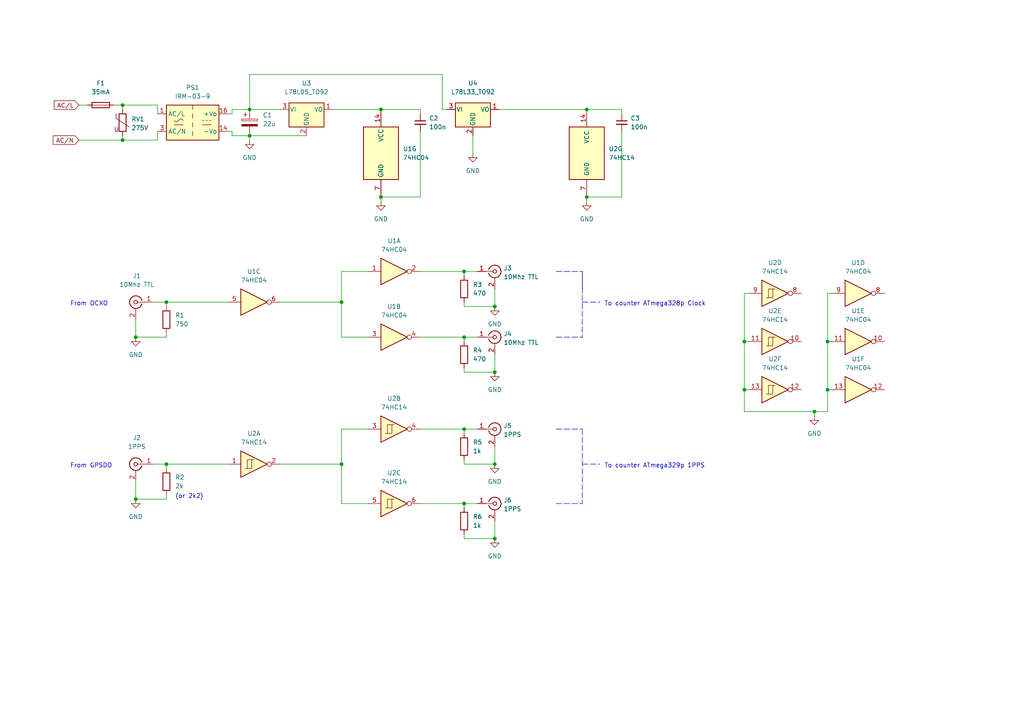
<source format=kicad_sch>
(kicad_sch (version 20211123) (generator eeschema)
  (paper "A4")
  (title_block (title "Distributor"))
  (lib_symbols
    (symbol "74xx:74HC04"
      (property "Reference" "U" (at 0 1.27 0))
      (property "Value" "74HC04" (at 0 -1.27 0))
      (symbol "74HC04_1_0"
        (polyline (pts (xy -3.81 3.81) (xy -3.81 -3.81) (xy 3.81 0) (xy -3.81 3.81)) (stroke (width 0.254)) (fill (type background)))
        (pin input line (at -7.62 0 0) (length 3.81) (name "~") (number "1"))
        (pin output inverted (at 7.62 0 180) (length 3.81) (name "~") (number "2"))
      )
      (symbol "74HC04_2_0"
        (polyline (pts (xy -3.81 3.81) (xy -3.81 -3.81) (xy 3.81 0) (xy -3.81 3.81)) (stroke (width 0.254)) (fill (type background)))
        (pin input line (at -7.62 0 0) (length 3.81) (name "~") (number "3"))
        (pin output inverted (at 7.62 0 180) (length 3.81) (name "~") (number "4"))
      )
      (symbol "74HC04_3_0"
        (polyline (pts (xy -3.81 3.81) (xy -3.81 -3.81) (xy 3.81 0) (xy -3.81 3.81)) (stroke (width 0.254)) (fill (type background)))
        (pin input line (at -7.62 0 0) (length 3.81) (name "~") (number "5"))
        (pin output inverted (at 7.62 0 180) (length 3.81) (name "~") (number "6"))
      )
      (symbol "74HC04_4_0"
        (polyline (pts (xy -3.81 3.81) (xy -3.81 -3.81) (xy 3.81 0) (xy -3.81 3.81)) (stroke (width 0.254)) (fill (type background)))
        (pin output inverted (at 7.62 0 180) (length 3.81) (name "~") (number "8"))
        (pin input line (at -7.62 0 0) (length 3.81) (name "~") (number "9"))
      )
      (symbol "74HC04_5_0"
        (polyline (pts (xy -3.81 3.81) (xy -3.81 -3.81) (xy 3.81 0) (xy -3.81 3.81)) (stroke (width 0.254)) (fill (type background)))
        (pin output inverted (at 7.62 0 180) (length 3.81) (name "~") (number "10"))
        (pin input line (at -7.62 0 0) (length 3.81) (name "~") (number "11"))
      )
      (symbol "74HC04_6_0"
        (polyline (pts (xy -3.81 3.81) (xy -3.81 -3.81) (xy 3.81 0) (xy -3.81 3.81)) (stroke (width 0.254)) (fill (type background)))
        (pin output inverted (at 7.62 0 180) (length 3.81) (name "~") (number "12"))
        (pin input line (at -7.62 0 0) (length 3.81) (name "~") (number "13"))
      )
      (symbol "74HC04_7_0"
        (pin power_in line (at 0 12.7 270) (length 5.08) (name "VCC") (number "14"))
        (pin power_in line (at 0 -12.7 90) (length 5.08) (name "GND") (number "7"))
      )
      (symbol "74HC04_7_1"
        (rectangle (start -5.08 7.62) (end 5.08 -7.62) (stroke (width 0.254)) (fill (type background)))
      )
    )
    (symbol "74xx:74HC14" (pin_names (offset 1.016))
      (property "Reference" "U" (at 0 1.27 0))
      (property "Value" "74HC14" (at 0 -1.27 0))
      (symbol "74HC14_1_0"
        (polyline (pts (xy -3.81 3.81) (xy -3.81 -3.81) (xy 3.81 0) (xy -3.81 3.81)) (stroke (width 0.254)) (fill (type background)))
        (pin input line (at -7.62 0 0) (length 3.81) (name "~") (number "1"))
        (pin output inverted (at 7.62 0 180) (length 3.81) (name "~") (number "2"))
      )
      (symbol "74HC14_1_1"
        (polyline (pts (xy -1.905 -1.27) (xy -1.905 1.27) (xy -0.635 1.27)))
        (polyline (pts (xy -2.54 -1.27) (xy -0.635 -1.27) (xy -0.635 1.27) (xy 0 1.27)))
      )
      (symbol "74HC14_2_0"
        (polyline (pts (xy -3.81 3.81) (xy -3.81 -3.81) (xy 3.81 0) (xy -3.81 3.81)) (stroke (width 0.254)) (fill (type background)))
        (pin input line (at -7.62 0 0) (length 3.81) (name "~") (number "3"))
        (pin output inverted (at 7.62 0 180) (length 3.81) (name "~") (number "4"))
      )
      (symbol "74HC14_2_1"
        (polyline (pts (xy -1.905 -1.27) (xy -1.905 1.27) (xy -0.635 1.27)))
        (polyline (pts (xy -2.54 -1.27) (xy -0.635 -1.27) (xy -0.635 1.27) (xy 0 1.27)))
      )
      (symbol "74HC14_3_0"
        (polyline (pts (xy -3.81 3.81) (xy -3.81 -3.81) (xy 3.81 0) (xy -3.81 3.81)) (stroke (width 0.254)) (fill (type background)))
        (pin input line (at -7.62 0 0) (length 3.81) (name "~") (number "5"))
        (pin output inverted (at 7.62 0 180) (length 3.81) (name "~") (number "6"))
      )
      (symbol "74HC14_3_1"
        (polyline (pts (xy -1.905 -1.27) (xy -1.905 1.27) (xy -0.635 1.27)))
        (polyline (pts (xy -2.54 -1.27) (xy -0.635 -1.27) (xy -0.635 1.27) (xy 0 1.27)))
      )
      (symbol "74HC14_4_0"
        (polyline (pts (xy -3.81 3.81) (xy -3.81 -3.81) (xy 3.81 0) (xy -3.81 3.81)) (stroke (width 0.254)) (fill (type background)))
        (pin output inverted (at 7.62 0 180) (length 3.81) (name "~") (number "8"))
        (pin input line (at -7.62 0 0) (length 3.81) (name "~") (number "9"))
      )
      (symbol "74HC14_4_1"
        (polyline (pts (xy -1.905 -1.27) (xy -1.905 1.27) (xy -0.635 1.27)))
        (polyline (pts (xy -2.54 -1.27) (xy -0.635 -1.27) (xy -0.635 1.27) (xy 0 1.27)))
      )
      (symbol "74HC14_5_0"
        (polyline (pts (xy -3.81 3.81) (xy -3.81 -3.81) (xy 3.81 0) (xy -3.81 3.81)) (stroke (width 0.254)) (fill (type background)))
        (pin output inverted (at 7.62 0 180) (length 3.81) (name "~") (number "10"))
        (pin input line (at -7.62 0 0) (length 3.81) (name "~") (number "11"))
      )
      (symbol "74HC14_5_1"
        (polyline (pts (xy -1.905 -1.27) (xy -1.905 1.27) (xy -0.635 1.27)))
        (polyline (pts (xy -2.54 -1.27) (xy -0.635 -1.27) (xy -0.635 1.27) (xy 0 1.27)))
      )
      (symbol "74HC14_6_0"
        (polyline (pts (xy -3.81 3.81) (xy -3.81 -3.81) (xy 3.81 0) (xy -3.81 3.81)) (stroke (width 0.254)) (fill (type background)))
        (pin output inverted (at 7.62 0 180) (length 3.81) (name "~") (number "12"))
        (pin input line (at -7.62 0 0) (length 3.81) (name "~") (number "13"))
      )
      (symbol "74HC14_6_1"
        (polyline (pts (xy -1.905 -1.27) (xy -1.905 1.27) (xy -0.635 1.27)))
        (polyline (pts (xy -2.54 -1.27) (xy -0.635 -1.27) (xy -0.635 1.27) (xy 0 1.27)))
      )
      (symbol "74HC14_7_0"
        (pin power_in line (at 0 12.7 270) (length 5.08) (name "VCC") (number "14"))
        (pin power_in line (at 0 -12.7 90) (length 5.08) (name "GND") (number "7"))
      )
      (symbol "74HC14_7_1"
        (rectangle (start -5.08 7.62) (end 5.08 -7.62) (stroke (width 0.254)) (fill (type background)))
      )
    )
    (symbol "Connector:Conn_Coaxial" (pin_names (offset 1.016) hide)
      (property "Reference" "J" (at 0.254 3.048 0))
      (property "Value" "Conn_Coaxial" (at 2.921 0 90))
      (symbol "Conn_Coaxial_0_1"
        (arc (start -1.778 -0.508) (mid 0.2311 -1.8066) (end 1.778 0) (stroke (width 0.254)))
        (polyline (pts (xy -2.54 0) (xy -0.508 0)))
        (polyline (pts (xy 0 -2.54) (xy 0 -1.778)))
        (circle (center 0 0) (radius 0.508) (stroke (width 0.2032)))
        (arc (start 1.778 0) (mid 0.2099 1.8101) (end -1.778 0.508) (stroke (width 0.254)))
      )
      (symbol "Conn_Coaxial_1_1"
        (pin passive line (at -5.08 0 0) (length 2.54) (name "In") (number "1"))
        (pin passive line (at 0 -5.08 90) (length 2.54) (name "Ext") (number "2"))
      )
    )
    (symbol "Converter_ACDC:IRM-03-9"
      (property "Reference" "PS" (at 0 6.35 0))
      (property "Value" "IRM-03-9" (at 0 -6.35 0))
      (symbol "IRM-03-9_0_1"
        (rectangle (start -7.62 5.08) (end 7.62 -5.08) (stroke (width 0.254)) (fill (type background)))
        (arc (start -5.334 0.635) (mid -4.699 0.2495) (end -4.064 0.635))
        (arc (start -2.794 0.635) (mid -3.429 1.0072) (end -4.064 0.635))
        (polyline (pts (xy -5.334 -0.635) (xy -2.794 -0.635)))
        (polyline (pts (xy 0 -2.54) (xy 0 -3.81)))
        (polyline (pts (xy 0 0) (xy 0 -1.27)))
        (polyline (pts (xy 0 2.54) (xy 0 1.27)))
        (polyline (pts (xy 0 5.08) (xy 0 3.81)))
        (polyline (pts (xy 2.794 -0.635) (xy 5.334 -0.635)))
        (polyline (pts (xy 2.794 0.635) (xy 3.302 0.635)))
        (polyline (pts (xy 3.81 0.635) (xy 4.318 0.635)))
        (polyline (pts (xy 4.826 0.635) (xy 5.334 0.635)))
      )
      (symbol "IRM-03-9_1_1"
        (pin power_in line (at -10.16 2.54 0) (length 2.54) (name "AC/L") (number "1"))
        (pin power_out line (at 10.16 -2.54 180) (length 2.54) (name "-Vo") (number "14"))
        (pin power_out line (at 10.16 2.54 180) (length 2.54) (name "+Vo") (number "16"))
        (pin power_in line (at -10.16 -2.54 0) (length 2.54) (name "AC/N") (number "3"))
        (pin no_connect line (at -7.62 0 0) (length 2.54) hide (name "NC") (number "5"))
      )
    )
    (symbol "Device:C_Polarized" (pin_numbers hide) (pin_names (offset 0.254))
      (property "Reference" "C" (at 0.635 2.54 0))
      (property "Value" "C_Polarized" (at 0.635 -2.54 0))
      (symbol "C_Polarized_0_1"
        (rectangle (start -2.286 0.508) (end 2.286 1.016))
        (polyline (pts (xy -1.778 2.286) (xy -0.762 2.286)))
        (polyline (pts (xy -1.27 2.794) (xy -1.27 1.778)))
        (rectangle (start 2.286 -0.508) (end -2.286 -1.016) (fill (type outline)))
      )
      (symbol "C_Polarized_1_1"
        (pin passive line (at 0 3.81 270) (length 2.794) (name "~") (number "1"))
        (pin passive line (at 0 -3.81 90) (length 2.794) (name "~") (number "2"))
      )
    )
    (symbol "Device:C_Small" (pin_numbers hide) (pin_names (offset 0.254) hide)
      (property "Reference" "C" (at 0.254 1.778 0))
      (property "Value" "C_Small" (at 0.254 -2.032 0))
      (symbol "C_Small_0_1"
        (polyline (pts (xy -1.524 -0.508) (xy 1.524 -0.508)) (stroke (width 0.3302)))
        (polyline (pts (xy -1.524 0.508) (xy 1.524 0.508)) (stroke (width 0.3048)))
      )
      (symbol "C_Small_1_1"
        (pin passive line (at 0 2.54 270) (length 2.032) (name "~") (number "1"))
        (pin passive line (at 0 -2.54 90) (length 2.032) (name "~") (number "2"))
      )
    )
    (symbol "Device:Fuse" (pin_numbers hide) (pin_names (offset 0))
      (property "Reference" "F" (at 2.032 0 90))
      (property "Value" "Fuse" (at -1.905 0 90))
      (symbol "Fuse_0_1"
        (rectangle (start -0.762 -2.54) (end 0.762 2.54) (stroke (width 0.254)))
        (polyline (pts (xy 0 2.54) (xy 0 -2.54)))
      )
      (symbol "Fuse_1_1"
        (pin passive line (at 0 3.81 270) (length 1.27) (name "~") (number "1"))
        (pin passive line (at 0 -3.81 90) (length 1.27) (name "~") (number "2"))
      )
    )
    (symbol "Device:R" (pin_numbers hide) (pin_names (offset 0))
      (property "Reference" "R" (at 2.032 0 90))
      (property "Value" "R" (at 0 0 90))
      (symbol "R_0_1"
        (rectangle (start -1.016 -2.54) (end 1.016 2.54) (stroke (width 0.254)))
      )
      (symbol "R_1_1"
        (pin passive line (at 0 3.81 270) (length 1.27) (name "~") (number "1"))
        (pin passive line (at 0 -3.81 90) (length 1.27) (name "~") (number "2"))
      )
    )
    (symbol "Device:Varistor" (pin_numbers hide) (pin_names (offset 0))
      (property "Reference" "RV" (at 3.175 0 90))
      (property "Value" "Varistor" (at -3.175 0 90))
      (symbol "Varistor_0_0"
        (text "U" (at -1.778 -2.032 0) (effects (font (size 1.27 1.27))))
      )
      (symbol "Varistor_0_1"
        (rectangle (start -1.016 -2.54) (end 1.016 2.54) (stroke (width 0.254)))
        (polyline (pts (xy -1.905 2.54) (xy -1.905 1.27) (xy 1.905 -1.27)))
      )
      (symbol "Varistor_1_1"
        (pin passive line (at 0 3.81 270) (length 1.27) (name "~") (number "1"))
        (pin passive line (at 0 -3.81 90) (length 1.27) (name "~") (number "2"))
      )
    )
    (symbol "Regulator_Linear:L78L05_TO92" (pin_names (offset 0.254))
      (property "Reference" "U" (at -3.81 3.175 0))
      (property "Value" "L78L05_TO92" (at 0 3.175 0))
      (symbol "L78L05_TO92_0_1"
        (rectangle (start -5.08 -5.08) (end 5.08 1.905) (stroke (width 0.254)) (fill (type background)))
      )
      (symbol "L78L05_TO92_1_1"
        (pin power_out line (at 7.62 0 180) (length 2.54) (name "VO") (number "1"))
        (pin power_in line (at 0 -7.62 90) (length 2.54) (name "GND") (number "2"))
        (pin power_in line (at -7.62 0 0) (length 2.54) (name "VI") (number "3"))
      )
    )
    (symbol "Regulator_Linear:L78L33_TO92" (pin_names (offset 0.254))
      (property "Reference" "U" (at -3.81 3.175 0))
      (property "Value" "L78L33_TO92" (at 0 3.175 0))
      (symbol "L78L33_TO92_0_1"
        (rectangle (start -5.08 -5.08) (end 5.08 1.905) (stroke (width 0.254)) (fill (type background)))
      )
      (symbol "L78L33_TO92_1_1"
        (pin power_out line (at 7.62 0 180) (length 2.54) (name "VO") (number "1"))
        (pin power_in line (at 0 -7.62 90) (length 2.54) (name "GND") (number "2"))
        (pin power_in line (at -7.62 0 0) (length 2.54) (name "VI") (number "3"))
      )
    )
    (symbol "power:GND" (power) (pin_names (offset 0))
      (property "Value" "GND" (at 0 -3.81 0))
      (symbol "GND_0_1"
        (polyline (pts (xy 0 0) (xy 0 -1.27) (xy 1.27 -1.27) (xy 0 -2.54) (xy -1.27 -1.27) (xy 0 -1.27)))
      )
      (symbol "GND_1_1"
        (pin power_in line (at 0 0 270) (length 0) hide (name "GND") (number "1"))
      )
    )
  )
  (junction (at 240.03 99.06))
  (junction (at 240.03 113.03))
  (junction (at 35.56 30.48))
  (junction (at 215.9 99.06))
  (junction (at 170.18 57.15))
  (junction (at 110.49 57.15))
  (junction (at 134.62 146.05))
  (junction (at 99.06 134.62))
  (junction (at 134.62 97.79))
  (junction (at 215.9 113.03))
  (junction (at 48.26 134.62))
  (junction (at 72.39 39.37))
  (junction (at 110.49 31.75))
  (junction (at 236.22 119.38))
  (junction (at 134.62 124.46))
  (junction (at 99.06 87.63))
  (junction (at 143.51 88.9))
  (junction (at 170.18 31.75))
  (junction (at 35.56 40.64))
  (junction (at 143.51 134.62))
  (junction (at 39.37 144.78))
  (junction (at 48.26 87.63))
  (junction (at 134.62 78.74))
  (junction (at 72.39 31.75))
  (junction (at 143.51 156.21))
  (junction (at 143.51 107.95))
  (junction (at 39.37 97.79))
  (wire (pts (xy 121.92 97.79) (xy 134.62 97.79)))
  (wire (pts (xy 45.72 30.48) (xy 45.72 33.02)))
  (wire (pts (xy 240.03 113.03) (xy 240.03 99.06)))
  (wire (pts (xy 48.26 96.52) (xy 48.26 97.79)))
  (wire (pts (xy 99.06 124.46) (xy 106.68 124.46)))
  (wire (pts (xy 134.62 88.9) (xy 143.51 88.9)))
  (wire (pts (xy 240.03 113.03) (xy 241.3 113.03)))
  (polyline (pts (xy 168.91 87.63) (xy 173.99 87.63)))
  (polyline (pts (xy 161.29 146.05) (xy 168.91 146.05)))
  (wire (pts (xy 72.39 39.37) (xy 72.39 40.64)))
  (wire (pts (xy 236.22 119.38) (xy 240.03 119.38)))
  (wire (pts (xy 99.06 78.74) (xy 99.06 87.63)))
  (wire (pts (xy 215.9 113.03) (xy 215.9 119.38)))
  (wire (pts (xy 134.62 154.94) (xy 134.62 156.21)))
  (wire (pts (xy 66.04 33.02) (xy 67.31 33.02)))
  (wire (pts (xy 134.62 156.21) (xy 143.51 156.21)))
  (wire (pts (xy 215.9 99.06) (xy 217.17 99.06)))
  (wire (pts (xy 215.9 113.03) (xy 217.17 113.03)))
  (wire (pts (xy 143.51 129.54) (xy 143.51 134.62)))
  (wire (pts (xy 35.56 40.64) (xy 45.72 40.64)))
  (polyline (pts (xy 168.91 134.62) (xy 173.99 134.62)))
  (wire (pts (xy 48.26 87.63) (xy 66.04 87.63)))
  (wire (pts (xy 215.9 119.38) (xy 236.22 119.38)))
  (wire (pts (xy 121.92 124.46) (xy 134.62 124.46)))
  (wire (pts (xy 134.62 146.05) (xy 134.62 147.32)))
  (wire (pts (xy 134.62 97.79) (xy 138.43 97.79)))
  (wire (pts (xy 129.54 31.75) (xy 128.27 31.75)))
  (wire (pts (xy 48.26 87.63) (xy 48.26 88.9)))
  (wire (pts (xy 180.34 38.1) (xy 180.34 57.15)))
  (wire (pts (xy 39.37 97.79) (xy 48.26 97.79)))
  (wire (pts (xy 240.03 85.09) (xy 241.3 85.09)))
  (wire (pts (xy 67.31 31.75) (xy 72.39 31.75)))
  (wire (pts (xy 128.27 21.59) (xy 72.39 21.59)))
  (wire (pts (xy 44.45 134.62) (xy 48.26 134.62)))
  (wire (pts (xy 217.17 85.09) (xy 215.9 85.09)))
  (wire (pts (xy 67.31 38.1) (xy 67.31 39.37)))
  (wire (pts (xy 44.45 87.63) (xy 48.26 87.63)))
  (wire (pts (xy 35.56 39.37) (xy 35.56 40.64)))
  (wire (pts (xy 215.9 99.06) (xy 215.9 113.03)))
  (wire (pts (xy 143.51 83.82) (xy 143.51 88.9)))
  (wire (pts (xy 99.06 87.63) (xy 99.06 97.79)))
  (wire (pts (xy 35.56 30.48) (xy 45.72 30.48)))
  (wire (pts (xy 110.49 57.15) (xy 110.49 58.42)))
  (wire (pts (xy 121.92 38.1) (xy 121.92 57.15)))
  (wire (pts (xy 170.18 31.75) (xy 180.34 31.75)))
  (wire (pts (xy 121.92 31.75) (xy 121.92 33.02)))
  (wire (pts (xy 143.51 102.87) (xy 143.51 107.95)))
  (polyline (pts (xy 168.91 78.74) (xy 168.91 97.79)))
  (wire (pts (xy 134.62 106.68) (xy 134.62 107.95)))
  (wire (pts (xy 134.62 124.46) (xy 134.62 125.73)))
  (wire (pts (xy 33.02 30.48) (xy 35.56 30.48)))
  (wire (pts (xy 81.28 134.62) (xy 99.06 134.62)))
  (wire (pts (xy 121.92 146.05) (xy 134.62 146.05)))
  (wire (pts (xy 134.62 107.95) (xy 143.51 107.95)))
  (wire (pts (xy 236.22 119.38) (xy 236.22 120.65)))
  (wire (pts (xy 96.52 31.75) (xy 110.49 31.75)))
  (polyline (pts (xy 168.91 124.46) (xy 168.91 146.05)))
  (wire (pts (xy 240.03 119.38) (xy 240.03 113.03)))
  (wire (pts (xy 39.37 92.71) (xy 39.37 97.79)))
  (wire (pts (xy 134.62 134.62) (xy 143.51 134.62)))
  (wire (pts (xy 99.06 146.05) (xy 106.68 146.05)))
  (wire (pts (xy 22.86 30.48) (xy 25.4 30.48)))
  (wire (pts (xy 35.56 30.48) (xy 35.56 31.75)))
  (wire (pts (xy 137.16 39.37) (xy 137.16 44.45)))
  (wire (pts (xy 170.18 57.15) (xy 180.34 57.15)))
  (wire (pts (xy 72.39 21.59) (xy 72.39 31.75)))
  (wire (pts (xy 134.62 78.74) (xy 138.43 78.74)))
  (polyline (pts (xy 161.29 97.79) (xy 168.91 97.79)))
  (wire (pts (xy 170.18 57.15) (xy 170.18 58.42)))
  (wire (pts (xy 144.78 31.75) (xy 170.18 31.75)))
  (wire (pts (xy 134.62 133.35) (xy 134.62 134.62)))
  (wire (pts (xy 22.86 40.64) (xy 35.56 40.64)))
  (wire (pts (xy 134.62 146.05) (xy 138.43 146.05)))
  (wire (pts (xy 45.72 40.64) (xy 45.72 38.1)))
  (wire (pts (xy 110.49 31.75) (xy 121.92 31.75)))
  (wire (pts (xy 48.26 143.51) (xy 48.26 144.78)))
  (wire (pts (xy 180.34 31.75) (xy 180.34 33.02)))
  (wire (pts (xy 99.06 124.46) (xy 99.06 134.62)))
  (wire (pts (xy 110.49 57.15) (xy 121.92 57.15)))
  (wire (pts (xy 39.37 139.7) (xy 39.37 144.78)))
  (wire (pts (xy 121.92 78.74) (xy 134.62 78.74)))
  (wire (pts (xy 99.06 97.79) (xy 106.68 97.79)))
  (wire (pts (xy 128.27 31.75) (xy 128.27 21.59)))
  (polyline (pts (xy 168.91 83.82) (xy 168.91 78.74)))
  (wire (pts (xy 134.62 78.74) (xy 134.62 80.01)))
  (polyline (pts (xy 161.29 124.46) (xy 168.91 124.46)))
  (wire (pts (xy 81.28 87.63) (xy 99.06 87.63)))
  (wire (pts (xy 48.26 134.62) (xy 66.04 134.62)))
  (wire (pts (xy 99.06 78.74) (xy 106.68 78.74)))
  (wire (pts (xy 48.26 135.89) (xy 48.26 134.62)))
  (wire (pts (xy 240.03 99.06) (xy 240.03 85.09)))
  (wire (pts (xy 72.39 31.75) (xy 81.28 31.75)))
  (wire (pts (xy 67.31 33.02) (xy 67.31 31.75)))
  (wire (pts (xy 143.51 151.13) (xy 143.51 156.21)))
  (polyline (pts (xy 161.29 78.74) (xy 168.91 78.74)))
  (wire (pts (xy 67.31 39.37) (xy 72.39 39.37)))
  (wire (pts (xy 39.37 144.78) (xy 48.26 144.78)))
  (wire (pts (xy 134.62 124.46) (xy 138.43 124.46)))
  (wire (pts (xy 72.39 39.37) (xy 88.9 39.37)))
  (wire (pts (xy 240.03 99.06) (xy 241.3 99.06)))
  (wire (pts (xy 99.06 134.62) (xy 99.06 146.05)))
  (wire (pts (xy 134.62 87.63) (xy 134.62 88.9)))
  (wire (pts (xy 66.04 38.1) (xy 67.31 38.1)))
  (wire (pts (xy 215.9 85.09) (xy 215.9 99.06)))
  (wire (pts (xy 134.62 97.79) (xy 134.62 99.06)))
  (text "(or 2k2)" (at 50.8 144.78 0) (effects (font (size 1.27 1.27)) (justify left bottom)))
  (text "To counter ATmega329p 1PPS" (at 175.26 135.89 0) (effects (font (size 1.27 1.27)) (justify left bottom)))
  (text "From GPSDO" (at 20.32 135.89 0) (effects (font (size 1.27 1.27)) (justify left bottom)))
  (text "From OCXO" (at 20.32 88.9 0) (effects (font (size 1.27 1.27)) (justify left bottom)))
  (text "To counter ATmega328p Clock" (at 175.26 88.9 0) (effects (font (size 1.27 1.27)) (justify left bottom)))
  (global_label "AC{slash}N" (shape input) (at 22.86 40.64 180) (property "Intersheet References" "${INTERSHEET_REFS}" (effects hide)))
  (global_label "AC{slash}L" (shape input) (at 22.86 30.48 180) (property "Intersheet References" "${INTERSHEET_REFS}" (effects hide)))
  (symbol (lib_id "Device:C_Small") (at 180.34 35.56 0) (unit 1)
    (property "Reference" "C3" (at 182.88 34.2962 0) (effects (justify left)))
    (property "Value" "100n" (at 182.88 36.8362 0) (effects (justify left)))
  )
  (symbol (lib_id "Device:R") (at 134.62 83.82 180) (unit 1)
    (property "Reference" "R3" (at 137.16 82.5499 0) (effects (justify right)))
    (property "Value" "470" (at 137.16 85.0899 0) (effects (justify right)))
  )
  (symbol (lib_id "Regulator_Linear:L78L33_TO92") (at 137.16 31.75 0) (unit 1)
    (property "Reference" "U4" (at 137.16 24.13 0))
    (property "Value" "L78L33_TO92" (at 137.16 26.67 0))
    (property "Footprint" "Package_TO_SOT_THT:TO-92_Inline" (effects hide))
    (property "Datasheet" "http://www.st.com/content/ccc/resource/technical/document/datasheet/15/55/e5/aa/23/5b/43/fd/CD00000446.pdf/files/CD00000446.pdf/jcr:content/translations/en.CD00000446.pdf" (effects hide))
  )
  (symbol (lib_id "74xx:74HC04") (at 73.66 87.63 0) (unit 3)
    (property "Reference" "U1" (at 73.66 78.74 0))
    (property "Value" "74HC04" (at 73.66 81.28 0))
    (property "Datasheet" "https://assets.nexperia.com/documents/data-sheet/74HC_HCT04.pdf" (effects hide))
  )
  (symbol (lib_id "Device:C_Polarized") (at 72.39 35.56 0) (unit 1)
    (property "Reference" "C1" (at 76.2 33.4009 0) (effects (justify left)))
    (property "Value" "22u" (at 76.2 35.9409 0) (effects (justify left)))
  )
  (symbol (lib_id "74xx:74HC14") (at 170.18 44.45 0) (unit 7)
    (property "Reference" "U2" (at 176.53 43.1799 0) (effects (justify left)))
    (property "Value" "74HC14" (at 176.53 45.7199 0) (effects (justify left)))
    (property "Datasheet" "http://www.ti.com/lit/gpn/sn74HC14" (effects hide))
  )
  (symbol (lib_id "power:GND") (at 137.16 44.45 0) (unit 1)
    (property "Reference" "#PWR05" (effects hide))
    (property "Value" "GND" (at 137.16 49.53 0))
  )
  (symbol (lib_id "Connector:Conn_Coaxial") (at 39.37 87.63 0) (mirror y) (unit 1)
    (property "Reference" "J1" (at 39.6874 80.01 0))
    (property "Value" "10Mhz TTL" (at 39.6874 82.55 0))
    (property "Datasheet" " ~" (effects hide))
  )
  (symbol (lib_id "74xx:74HC04") (at 248.92 113.03 0) (unit 6)
    (property "Reference" "U1" (at 248.92 104.14 0))
    (property "Value" "74HC04" (at 248.92 106.68 0))
    (property "Datasheet" "https://assets.nexperia.com/documents/data-sheet/74HC_HCT04.pdf" (effects hide))
  )
  (symbol (lib_id "power:GND") (at 170.18 58.42 0) (unit 1)
    (property "Reference" "#PWR010" (effects hide))
    (property "Value" "GND" (at 170.18 63.5 0))
  )
  (symbol (lib_id "Connector:Conn_Coaxial") (at 143.51 97.79 0) (unit 1)
    (property "Reference" "J4" (at 146.05 96.8131 0) (effects (justify left)))
    (property "Value" "10Mhz TTL" (at 146.05 99.3531 0) (effects (justify left)))
    (property "Datasheet" " ~" (effects hide))
  )
  (symbol (lib_id "Device:Varistor") (at 35.56 35.56 0) (unit 1)
    (property "Reference" "RV1" (at 38.1 34.5431 0) (effects (justify left)))
    (property "Value" "275V" (at 38.1 37.0831 0) (effects (justify left)))
  )
  (symbol (lib_id "power:GND") (at 72.39 40.64 0) (unit 1)
    (property "Reference" "#PWR03" (effects hide))
    (property "Value" "GND" (at 72.39 45.72 0))
  )
  (symbol (lib_id "74xx:74HC14") (at 114.3 124.46 0) (unit 2)
    (property "Reference" "U2" (at 114.3 115.57 0))
    (property "Value" "74HC14" (at 114.3 118.11 0))
    (property "Datasheet" "http://www.ti.com/lit/gpn/sn74HC14" (effects hide))
  )
  (symbol (lib_id "power:GND") (at 143.51 107.95 0) (unit 1)
    (property "Reference" "#PWR07" (effects hide))
    (property "Value" "GND" (at 143.51 113.03 0))
  )
  (symbol (lib_id "power:GND") (at 110.49 58.42 0) (unit 1)
    (property "Reference" "#PWR04" (effects hide))
    (property "Value" "GND" (at 110.49 63.5 0))
  )
  (symbol (lib_id "power:GND") (at 143.51 134.62 0) (unit 1)
    (property "Reference" "#PWR08" (effects hide))
    (property "Value" "GND" (at 143.51 139.7 0))
  )
  (symbol (lib_id "74xx:74HC14") (at 73.66 134.62 0) (unit 1)
    (property "Reference" "U2" (at 73.66 125.73 0))
    (property "Value" "74HC14" (at 73.66 128.27 0))
    (property "Datasheet" "http://www.ti.com/lit/gpn/sn74HC14" (effects hide))
  )
  (symbol (lib_id "power:GND") (at 143.51 88.9 0) (unit 1)
    (property "Reference" "#PWR06" (effects hide))
    (property "Value" "GND" (at 143.51 93.98 0))
  )
  (symbol (lib_id "Device:Fuse") (at 29.21 30.48 90) (unit 1)
    (property "Reference" "F1" (at 29.21 24.13 90))
    (property "Value" "35mA" (at 29.21 26.67 90))
  )
  (symbol (lib_id "Regulator_Linear:L78L05_TO92") (at 88.9 31.75 0) (unit 1)
    (property "Reference" "U3" (at 88.9 24.13 0))
    (property "Value" "L78L05_TO92" (at 88.9 26.67 0))
    (property "Footprint" "Package_TO_SOT_THT:TO-92_Inline" (effects hide))
    (property "Datasheet" "http://www.st.com/content/ccc/resource/technical/document/datasheet/15/55/e5/aa/23/5b/43/fd/CD00000446.pdf/files/CD00000446.pdf/jcr:content/translations/en.CD00000446.pdf" (effects hide))
  )
  (symbol (lib_id "Connector:Conn_Coaxial") (at 143.51 124.46 0) (unit 1)
    (property "Reference" "J5" (at 146.05 123.4831 0) (effects (justify left)))
    (property "Value" "1PPS" (at 146.05 126.0231 0) (effects (justify left)))
    (property "Datasheet" " ~" (effects hide))
  )
  (symbol (lib_id "Connector:Conn_Coaxial") (at 39.37 134.62 0) (mirror y) (unit 1)
    (property "Reference" "J2" (at 39.6874 127 0))
    (property "Value" "1PPS" (at 39.6874 129.54 0))
    (property "Datasheet" " ~" (effects hide))
  )
  (symbol (lib_id "Device:R") (at 134.62 151.13 180) (unit 1)
    (property "Reference" "R6" (at 137.16 149.8599 0) (effects (justify right)))
    (property "Value" "1k" (at 137.16 152.3999 0) (effects (justify right)))
  )
  (symbol (lib_id "74xx:74HC04") (at 248.92 85.09 0) (unit 4)
    (property "Reference" "U1" (at 248.92 76.2 0))
    (property "Value" "74HC04" (at 248.92 78.74 0))
    (property "Datasheet" "https://assets.nexperia.com/documents/data-sheet/74HC_HCT04.pdf" (effects hide))
  )
  (symbol (lib_id "74xx:74HC04") (at 110.49 44.45 0) (unit 7)
    (property "Reference" "U1" (at 116.84 43.1799 0) (effects (justify left)))
    (property "Value" "74HC04" (at 116.84 45.7199 0) (effects (justify left)))
    (property "Datasheet" "https://assets.nexperia.com/documents/data-sheet/74HC_HCT04.pdf" (effects hide))
  )
  (symbol (lib_id "power:GND") (at 39.37 144.78 0) (unit 1)
    (property "Reference" "#PWR02" (effects hide))
    (property "Value" "GND" (at 39.37 149.86 0))
  )
  (symbol (lib_id "power:GND") (at 236.22 120.65 0) (unit 1)
    (property "Reference" "#PWR011" (effects hide))
    (property "Value" "GND" (at 236.22 125.73 0))
  )
  (symbol (lib_id "74xx:74HC04") (at 114.3 97.79 0) (unit 2)
    (property "Reference" "U1" (at 114.3 88.9 0))
    (property "Value" "74HC04" (at 114.3 91.44 0))
    (property "Datasheet" "https://assets.nexperia.com/documents/data-sheet/74HC_HCT04.pdf" (effects hide))
  )
  (symbol (lib_id "74xx:74HC14") (at 224.79 113.03 0) (unit 6)
    (property "Reference" "U2" (at 224.79 104.14 0))
    (property "Value" "74HC14" (at 224.79 106.68 0))
    (property "Datasheet" "http://www.ti.com/lit/gpn/sn74HC14" (effects hide))
  )
  (symbol (lib_id "74xx:74HC04") (at 114.3 78.74 0) (unit 1)
    (property "Reference" "U1" (at 114.3 69.85 0))
    (property "Value" "74HC04" (at 114.3 72.39 0))
    (property "Datasheet" "https://assets.nexperia.com/documents/data-sheet/74HC_HCT04.pdf" (effects hide))
  )
  (symbol (lib_id "Device:R") (at 48.26 139.7 180) (unit 1)
    (property "Reference" "R2" (at 50.8 138.4299 0) (effects (justify right)))
    (property "Value" "2k" (at 50.8 140.9699 0) (effects (justify right)))
  )
  (symbol (lib_id "74xx:74HC04") (at 248.92 99.06 0) (unit 5)
    (property "Reference" "U1" (at 248.92 90.17 0))
    (property "Value" "74HC04" (at 248.92 92.71 0))
    (property "Datasheet" "https://assets.nexperia.com/documents/data-sheet/74HC_HCT04.pdf" (effects hide))
  )
  (symbol (lib_id "Device:R") (at 134.62 129.54 180) (unit 1)
    (property "Reference" "R5" (at 137.16 128.2699 0) (effects (justify right)))
    (property "Value" "1k" (at 137.16 130.8099 0) (effects (justify right)))
  )
  (symbol (lib_id "Device:C_Small") (at 121.92 35.56 0) (unit 1)
    (property "Reference" "C2" (at 124.46 34.2962 0) (effects (justify left)))
    (property "Value" "100n" (at 124.46 36.8362 0) (effects (justify left)))
  )
  (symbol (lib_id "74xx:74HC14") (at 114.3 146.05 0) (unit 3)
    (property "Reference" "U2" (at 114.3 137.16 0))
    (property "Value" "74HC14" (at 114.3 139.7 0))
    (property "Datasheet" "http://www.ti.com/lit/gpn/sn74HC14" (effects hide))
  )
  (symbol (lib_id "74xx:74HC14") (at 224.79 85.09 0) (unit 4)
    (property "Reference" "U2" (at 224.79 76.2 0))
    (property "Value" "74HC14" (at 224.79 78.74 0))
    (property "Datasheet" "http://www.ti.com/lit/gpn/sn74HC14" (effects hide))
  )
  (symbol (lib_id "power:GND") (at 39.37 97.79 0) (unit 1)
    (property "Reference" "#PWR01" (effects hide))
    (property "Value" "GND" (at 39.37 102.87 0))
  )
  (symbol (lib_id "Device:R") (at 48.26 92.71 180) (unit 1)
    (property "Reference" "R1" (at 50.8 91.4399 0) (effects (justify right)))
    (property "Value" "750" (at 50.8 93.9799 0) (effects (justify right)))
  )
  (symbol (lib_id "Connector:Conn_Coaxial") (at 143.51 146.05 0) (unit 1)
    (property "Reference" "J6" (at 146.05 145.0731 0) (effects (justify left)))
    (property "Value" "1PPS" (at 146.05 147.6131 0) (effects (justify left)))
    (property "Datasheet" " ~" (effects hide))
  )
  (symbol (lib_id "74xx:74HC14") (at 224.79 99.06 0) (unit 5)
    (property "Reference" "U2" (at 224.79 90.17 0))
    (property "Value" "74HC14" (at 224.79 92.71 0))
    (property "Datasheet" "http://www.ti.com/lit/gpn/sn74HC14" (effects hide))
  )
  (symbol (lib_id "Device:R") (at 134.62 102.87 180) (unit 1)
    (property "Reference" "R4" (at 137.16 101.5999 0) (effects (justify right)))
    (property "Value" "470" (at 137.16 104.1399 0) (effects (justify right)))
  )
  (symbol (lib_id "Connector:Conn_Coaxial") (at 143.51 78.74 0) (unit 1)
    (property "Reference" "J3" (at 146.05 77.7631 0) (effects (justify left)))
    (property "Value" "10Mhz TTL" (at 146.05 80.3031 0) (effects (justify left)))
    (property "Datasheet" " ~" (effects hide))
  )
  (symbol (lib_id "power:GND") (at 143.51 156.21 0) (unit 1)
    (property "Reference" "#PWR09" (effects hide))
    (property "Value" "GND" (at 143.51 161.29 0))
  )
  (symbol (lib_id "Converter_ACDC:IRM-03-9") (at 55.88 35.56 0) (unit 1)
    (property "Reference" "PS1" (at 55.88 25.4 0))
    (property "Value" "IRM-03-9" (at 55.88 27.94 0))
    (property "Footprint" "Converter_ACDC:Converter_ACDC_MeanWell_IRM-03-xx_THT" (effects hide))
    (property "Datasheet" "https://www.meanwell.com/Upload/PDF/IRM-03/IRM-03-SPEC.PDF" (effects hide))
  )
)
</source>
